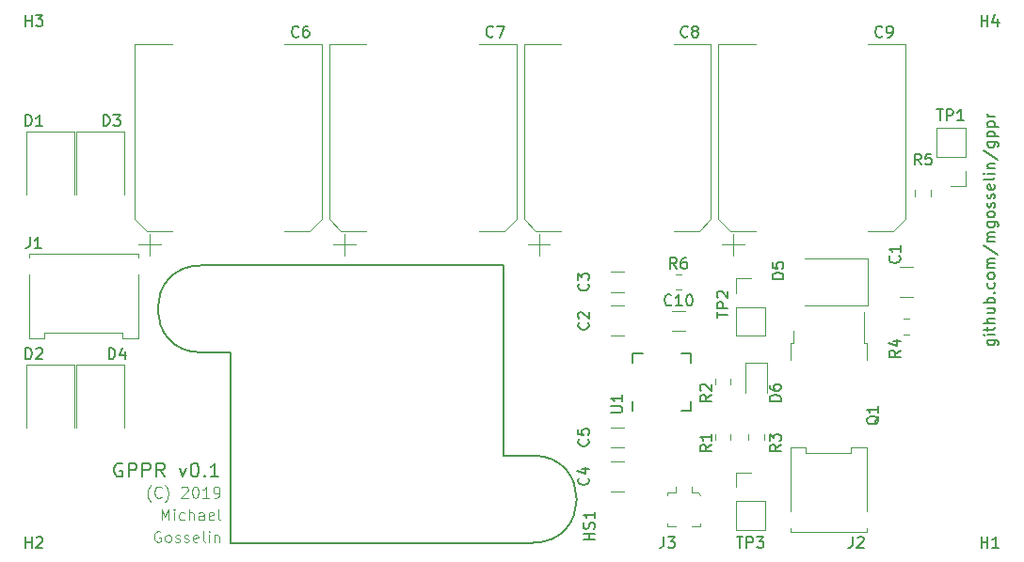
<source format=gbr>
G04 #@! TF.GenerationSoftware,KiCad,Pcbnew,(5.0.1-3-g963ef8bb5)*
G04 #@! TF.CreationDate,2019-08-31T01:17:06-07:00*
G04 #@! TF.ProjectId,gppr,677070722E6B696361645F7063620000,rev?*
G04 #@! TF.SameCoordinates,Original*
G04 #@! TF.FileFunction,Legend,Top*
G04 #@! TF.FilePolarity,Positive*
%FSLAX46Y46*%
G04 Gerber Fmt 4.6, Leading zero omitted, Abs format (unit mm)*
G04 Created by KiCad (PCBNEW (5.0.1-3-g963ef8bb5)) date Saturday, August 31, 2019 at 01:17:06 AM*
%MOMM*%
%LPD*%
G01*
G04 APERTURE LIST*
%ADD10C,0.150000*%
%ADD11C,0.125000*%
%ADD12C,0.200000*%
%ADD13C,0.120000*%
G04 APERTURE END LIST*
D10*
X187785714Y-130235833D02*
X188595238Y-130235833D01*
X188690476Y-130283452D01*
X188738095Y-130331071D01*
X188785714Y-130426309D01*
X188785714Y-130569166D01*
X188738095Y-130664404D01*
X188404761Y-130235833D02*
X188452380Y-130331071D01*
X188452380Y-130521547D01*
X188404761Y-130616785D01*
X188357142Y-130664404D01*
X188261904Y-130712023D01*
X187976190Y-130712023D01*
X187880952Y-130664404D01*
X187833333Y-130616785D01*
X187785714Y-130521547D01*
X187785714Y-130331071D01*
X187833333Y-130235833D01*
X188452380Y-129759642D02*
X187785714Y-129759642D01*
X187452380Y-129759642D02*
X187500000Y-129807261D01*
X187547619Y-129759642D01*
X187500000Y-129712023D01*
X187452380Y-129759642D01*
X187547619Y-129759642D01*
X187785714Y-129426309D02*
X187785714Y-129045357D01*
X187452380Y-129283452D02*
X188309523Y-129283452D01*
X188404761Y-129235833D01*
X188452380Y-129140595D01*
X188452380Y-129045357D01*
X188452380Y-128712023D02*
X187452380Y-128712023D01*
X188452380Y-128283452D02*
X187928571Y-128283452D01*
X187833333Y-128331071D01*
X187785714Y-128426309D01*
X187785714Y-128569166D01*
X187833333Y-128664404D01*
X187880952Y-128712023D01*
X187785714Y-127378690D02*
X188452380Y-127378690D01*
X187785714Y-127807261D02*
X188309523Y-127807261D01*
X188404761Y-127759642D01*
X188452380Y-127664404D01*
X188452380Y-127521547D01*
X188404761Y-127426309D01*
X188357142Y-127378690D01*
X188452380Y-126902500D02*
X187452380Y-126902500D01*
X187833333Y-126902500D02*
X187785714Y-126807261D01*
X187785714Y-126616785D01*
X187833333Y-126521547D01*
X187880952Y-126473928D01*
X187976190Y-126426309D01*
X188261904Y-126426309D01*
X188357142Y-126473928D01*
X188404761Y-126521547D01*
X188452380Y-126616785D01*
X188452380Y-126807261D01*
X188404761Y-126902500D01*
X188357142Y-125997738D02*
X188404761Y-125950119D01*
X188452380Y-125997738D01*
X188404761Y-126045357D01*
X188357142Y-125997738D01*
X188452380Y-125997738D01*
X188404761Y-125092976D02*
X188452380Y-125188214D01*
X188452380Y-125378690D01*
X188404761Y-125473928D01*
X188357142Y-125521547D01*
X188261904Y-125569166D01*
X187976190Y-125569166D01*
X187880952Y-125521547D01*
X187833333Y-125473928D01*
X187785714Y-125378690D01*
X187785714Y-125188214D01*
X187833333Y-125092976D01*
X188452380Y-124521547D02*
X188404761Y-124616785D01*
X188357142Y-124664404D01*
X188261904Y-124712023D01*
X187976190Y-124712023D01*
X187880952Y-124664404D01*
X187833333Y-124616785D01*
X187785714Y-124521547D01*
X187785714Y-124378690D01*
X187833333Y-124283452D01*
X187880952Y-124235833D01*
X187976190Y-124188214D01*
X188261904Y-124188214D01*
X188357142Y-124235833D01*
X188404761Y-124283452D01*
X188452380Y-124378690D01*
X188452380Y-124521547D01*
X188452380Y-123759642D02*
X187785714Y-123759642D01*
X187880952Y-123759642D02*
X187833333Y-123712023D01*
X187785714Y-123616785D01*
X187785714Y-123473928D01*
X187833333Y-123378690D01*
X187928571Y-123331071D01*
X188452380Y-123331071D01*
X187928571Y-123331071D02*
X187833333Y-123283452D01*
X187785714Y-123188214D01*
X187785714Y-123045357D01*
X187833333Y-122950119D01*
X187928571Y-122902500D01*
X188452380Y-122902500D01*
X187404761Y-121712023D02*
X188690476Y-122569166D01*
X188452380Y-121378690D02*
X187785714Y-121378690D01*
X187880952Y-121378690D02*
X187833333Y-121331071D01*
X187785714Y-121235833D01*
X187785714Y-121092976D01*
X187833333Y-120997738D01*
X187928571Y-120950119D01*
X188452380Y-120950119D01*
X187928571Y-120950119D02*
X187833333Y-120902500D01*
X187785714Y-120807261D01*
X187785714Y-120664404D01*
X187833333Y-120569166D01*
X187928571Y-120521547D01*
X188452380Y-120521547D01*
X187785714Y-119616785D02*
X188595238Y-119616785D01*
X188690476Y-119664404D01*
X188738095Y-119712023D01*
X188785714Y-119807261D01*
X188785714Y-119950119D01*
X188738095Y-120045357D01*
X188404761Y-119616785D02*
X188452380Y-119712023D01*
X188452380Y-119902500D01*
X188404761Y-119997738D01*
X188357142Y-120045357D01*
X188261904Y-120092976D01*
X187976190Y-120092976D01*
X187880952Y-120045357D01*
X187833333Y-119997738D01*
X187785714Y-119902500D01*
X187785714Y-119712023D01*
X187833333Y-119616785D01*
X188452380Y-118997738D02*
X188404761Y-119092976D01*
X188357142Y-119140595D01*
X188261904Y-119188214D01*
X187976190Y-119188214D01*
X187880952Y-119140595D01*
X187833333Y-119092976D01*
X187785714Y-118997738D01*
X187785714Y-118854880D01*
X187833333Y-118759642D01*
X187880952Y-118712023D01*
X187976190Y-118664404D01*
X188261904Y-118664404D01*
X188357142Y-118712023D01*
X188404761Y-118759642D01*
X188452380Y-118854880D01*
X188452380Y-118997738D01*
X188404761Y-118283452D02*
X188452380Y-118188214D01*
X188452380Y-117997738D01*
X188404761Y-117902500D01*
X188309523Y-117854880D01*
X188261904Y-117854880D01*
X188166666Y-117902500D01*
X188119047Y-117997738D01*
X188119047Y-118140595D01*
X188071428Y-118235833D01*
X187976190Y-118283452D01*
X187928571Y-118283452D01*
X187833333Y-118235833D01*
X187785714Y-118140595D01*
X187785714Y-117997738D01*
X187833333Y-117902500D01*
X188404761Y-117473928D02*
X188452380Y-117378690D01*
X188452380Y-117188214D01*
X188404761Y-117092976D01*
X188309523Y-117045357D01*
X188261904Y-117045357D01*
X188166666Y-117092976D01*
X188119047Y-117188214D01*
X188119047Y-117331071D01*
X188071428Y-117426309D01*
X187976190Y-117473928D01*
X187928571Y-117473928D01*
X187833333Y-117426309D01*
X187785714Y-117331071D01*
X187785714Y-117188214D01*
X187833333Y-117092976D01*
X188404761Y-116235833D02*
X188452380Y-116331071D01*
X188452380Y-116521547D01*
X188404761Y-116616785D01*
X188309523Y-116664404D01*
X187928571Y-116664404D01*
X187833333Y-116616785D01*
X187785714Y-116521547D01*
X187785714Y-116331071D01*
X187833333Y-116235833D01*
X187928571Y-116188214D01*
X188023809Y-116188214D01*
X188119047Y-116664404D01*
X188452380Y-115616785D02*
X188404761Y-115712023D01*
X188309523Y-115759642D01*
X187452380Y-115759642D01*
X188452380Y-115235833D02*
X187785714Y-115235833D01*
X187452380Y-115235833D02*
X187500000Y-115283452D01*
X187547619Y-115235833D01*
X187500000Y-115188214D01*
X187452380Y-115235833D01*
X187547619Y-115235833D01*
X187785714Y-114759642D02*
X188452380Y-114759642D01*
X187880952Y-114759642D02*
X187833333Y-114712023D01*
X187785714Y-114616785D01*
X187785714Y-114473928D01*
X187833333Y-114378690D01*
X187928571Y-114331071D01*
X188452380Y-114331071D01*
X187404761Y-113140595D02*
X188690476Y-113997738D01*
X187785714Y-112378690D02*
X188595238Y-112378690D01*
X188690476Y-112426309D01*
X188738095Y-112473928D01*
X188785714Y-112569166D01*
X188785714Y-112712023D01*
X188738095Y-112807261D01*
X188404761Y-112378690D02*
X188452380Y-112473928D01*
X188452380Y-112664404D01*
X188404761Y-112759642D01*
X188357142Y-112807261D01*
X188261904Y-112854880D01*
X187976190Y-112854880D01*
X187880952Y-112807261D01*
X187833333Y-112759642D01*
X187785714Y-112664404D01*
X187785714Y-112473928D01*
X187833333Y-112378690D01*
X187785714Y-111902500D02*
X188785714Y-111902500D01*
X187833333Y-111902500D02*
X187785714Y-111807261D01*
X187785714Y-111616785D01*
X187833333Y-111521547D01*
X187880952Y-111473928D01*
X187976190Y-111426309D01*
X188261904Y-111426309D01*
X188357142Y-111473928D01*
X188404761Y-111521547D01*
X188452380Y-111616785D01*
X188452380Y-111807261D01*
X188404761Y-111902500D01*
X187785714Y-110997738D02*
X188785714Y-110997738D01*
X187833333Y-110997738D02*
X187785714Y-110902500D01*
X187785714Y-110712023D01*
X187833333Y-110616785D01*
X187880952Y-110569166D01*
X187976190Y-110521547D01*
X188261904Y-110521547D01*
X188357142Y-110569166D01*
X188404761Y-110616785D01*
X188452380Y-110712023D01*
X188452380Y-110902500D01*
X188404761Y-110997738D01*
X188452380Y-110092976D02*
X187785714Y-110092976D01*
X187976190Y-110092976D02*
X187880952Y-110045357D01*
X187833333Y-109997738D01*
X187785714Y-109902500D01*
X187785714Y-109807261D01*
D11*
X113394940Y-147500000D02*
X113299702Y-147452380D01*
X113156845Y-147452380D01*
X113013988Y-147500000D01*
X112918750Y-147595238D01*
X112871130Y-147690476D01*
X112823511Y-147880952D01*
X112823511Y-148023809D01*
X112871130Y-148214285D01*
X112918750Y-148309523D01*
X113013988Y-148404761D01*
X113156845Y-148452380D01*
X113252083Y-148452380D01*
X113394940Y-148404761D01*
X113442559Y-148357142D01*
X113442559Y-148023809D01*
X113252083Y-148023809D01*
X114013988Y-148452380D02*
X113918750Y-148404761D01*
X113871130Y-148357142D01*
X113823511Y-148261904D01*
X113823511Y-147976190D01*
X113871130Y-147880952D01*
X113918750Y-147833333D01*
X114013988Y-147785714D01*
X114156845Y-147785714D01*
X114252083Y-147833333D01*
X114299702Y-147880952D01*
X114347321Y-147976190D01*
X114347321Y-148261904D01*
X114299702Y-148357142D01*
X114252083Y-148404761D01*
X114156845Y-148452380D01*
X114013988Y-148452380D01*
X114728273Y-148404761D02*
X114823511Y-148452380D01*
X115013988Y-148452380D01*
X115109226Y-148404761D01*
X115156845Y-148309523D01*
X115156845Y-148261904D01*
X115109226Y-148166666D01*
X115013988Y-148119047D01*
X114871130Y-148119047D01*
X114775892Y-148071428D01*
X114728273Y-147976190D01*
X114728273Y-147928571D01*
X114775892Y-147833333D01*
X114871130Y-147785714D01*
X115013988Y-147785714D01*
X115109226Y-147833333D01*
X115537797Y-148404761D02*
X115633035Y-148452380D01*
X115823511Y-148452380D01*
X115918750Y-148404761D01*
X115966369Y-148309523D01*
X115966369Y-148261904D01*
X115918750Y-148166666D01*
X115823511Y-148119047D01*
X115680654Y-148119047D01*
X115585416Y-148071428D01*
X115537797Y-147976190D01*
X115537797Y-147928571D01*
X115585416Y-147833333D01*
X115680654Y-147785714D01*
X115823511Y-147785714D01*
X115918750Y-147833333D01*
X116775892Y-148404761D02*
X116680654Y-148452380D01*
X116490178Y-148452380D01*
X116394940Y-148404761D01*
X116347321Y-148309523D01*
X116347321Y-147928571D01*
X116394940Y-147833333D01*
X116490178Y-147785714D01*
X116680654Y-147785714D01*
X116775892Y-147833333D01*
X116823511Y-147928571D01*
X116823511Y-148023809D01*
X116347321Y-148119047D01*
X117394940Y-148452380D02*
X117299702Y-148404761D01*
X117252083Y-148309523D01*
X117252083Y-147452380D01*
X117775892Y-148452380D02*
X117775892Y-147785714D01*
X117775892Y-147452380D02*
X117728273Y-147500000D01*
X117775892Y-147547619D01*
X117823511Y-147500000D01*
X117775892Y-147452380D01*
X117775892Y-147547619D01*
X118252083Y-147785714D02*
X118252083Y-148452380D01*
X118252083Y-147880952D02*
X118299702Y-147833333D01*
X118394940Y-147785714D01*
X118537797Y-147785714D01*
X118633035Y-147833333D01*
X118680654Y-147928571D01*
X118680654Y-148452380D01*
X113490178Y-146452380D02*
X113490178Y-145452380D01*
X113823511Y-146166666D01*
X114156845Y-145452380D01*
X114156845Y-146452380D01*
X114633035Y-146452380D02*
X114633035Y-145785714D01*
X114633035Y-145452380D02*
X114585416Y-145500000D01*
X114633035Y-145547619D01*
X114680654Y-145500000D01*
X114633035Y-145452380D01*
X114633035Y-145547619D01*
X115537797Y-146404761D02*
X115442559Y-146452380D01*
X115252083Y-146452380D01*
X115156845Y-146404761D01*
X115109226Y-146357142D01*
X115061607Y-146261904D01*
X115061607Y-145976190D01*
X115109226Y-145880952D01*
X115156845Y-145833333D01*
X115252083Y-145785714D01*
X115442559Y-145785714D01*
X115537797Y-145833333D01*
X115966369Y-146452380D02*
X115966369Y-145452380D01*
X116394940Y-146452380D02*
X116394940Y-145928571D01*
X116347321Y-145833333D01*
X116252083Y-145785714D01*
X116109226Y-145785714D01*
X116013988Y-145833333D01*
X115966369Y-145880952D01*
X117299702Y-146452380D02*
X117299702Y-145928571D01*
X117252083Y-145833333D01*
X117156845Y-145785714D01*
X116966369Y-145785714D01*
X116871130Y-145833333D01*
X117299702Y-146404761D02*
X117204464Y-146452380D01*
X116966369Y-146452380D01*
X116871130Y-146404761D01*
X116823511Y-146309523D01*
X116823511Y-146214285D01*
X116871130Y-146119047D01*
X116966369Y-146071428D01*
X117204464Y-146071428D01*
X117299702Y-146023809D01*
X118156845Y-146404761D02*
X118061607Y-146452380D01*
X117871130Y-146452380D01*
X117775892Y-146404761D01*
X117728273Y-146309523D01*
X117728273Y-145928571D01*
X117775892Y-145833333D01*
X117871130Y-145785714D01*
X118061607Y-145785714D01*
X118156845Y-145833333D01*
X118204464Y-145928571D01*
X118204464Y-146023809D01*
X117728273Y-146119047D01*
X118775892Y-146452380D02*
X118680654Y-146404761D01*
X118633035Y-146309523D01*
X118633035Y-145452380D01*
X112537797Y-144833333D02*
X112490178Y-144785714D01*
X112394940Y-144642857D01*
X112347321Y-144547619D01*
X112299702Y-144404761D01*
X112252083Y-144166666D01*
X112252083Y-143976190D01*
X112299702Y-143738095D01*
X112347321Y-143595238D01*
X112394940Y-143500000D01*
X112490178Y-143357142D01*
X112537797Y-143309523D01*
X113490178Y-144357142D02*
X113442559Y-144404761D01*
X113299702Y-144452380D01*
X113204464Y-144452380D01*
X113061607Y-144404761D01*
X112966369Y-144309523D01*
X112918750Y-144214285D01*
X112871130Y-144023809D01*
X112871130Y-143880952D01*
X112918750Y-143690476D01*
X112966369Y-143595238D01*
X113061607Y-143500000D01*
X113204464Y-143452380D01*
X113299702Y-143452380D01*
X113442559Y-143500000D01*
X113490178Y-143547619D01*
X113823511Y-144833333D02*
X113871130Y-144785714D01*
X113966369Y-144642857D01*
X114013988Y-144547619D01*
X114061607Y-144404761D01*
X114109226Y-144166666D01*
X114109226Y-143976190D01*
X114061607Y-143738095D01*
X114013988Y-143595238D01*
X113966369Y-143500000D01*
X113871130Y-143357142D01*
X113823511Y-143309523D01*
X115299702Y-143547619D02*
X115347321Y-143500000D01*
X115442559Y-143452380D01*
X115680654Y-143452380D01*
X115775892Y-143500000D01*
X115823511Y-143547619D01*
X115871130Y-143642857D01*
X115871130Y-143738095D01*
X115823511Y-143880952D01*
X115252083Y-144452380D01*
X115871130Y-144452380D01*
X116490178Y-143452380D02*
X116585416Y-143452380D01*
X116680654Y-143500000D01*
X116728273Y-143547619D01*
X116775892Y-143642857D01*
X116823511Y-143833333D01*
X116823511Y-144071428D01*
X116775892Y-144261904D01*
X116728273Y-144357142D01*
X116680654Y-144404761D01*
X116585416Y-144452380D01*
X116490178Y-144452380D01*
X116394940Y-144404761D01*
X116347321Y-144357142D01*
X116299702Y-144261904D01*
X116252083Y-144071428D01*
X116252083Y-143833333D01*
X116299702Y-143642857D01*
X116347321Y-143547619D01*
X116394940Y-143500000D01*
X116490178Y-143452380D01*
X117775892Y-144452380D02*
X117204464Y-144452380D01*
X117490178Y-144452380D02*
X117490178Y-143452380D01*
X117394940Y-143595238D01*
X117299702Y-143690476D01*
X117204464Y-143738095D01*
X118252083Y-144452380D02*
X118442559Y-144452380D01*
X118537797Y-144404761D01*
X118585416Y-144357142D01*
X118680654Y-144214285D01*
X118728273Y-144023809D01*
X118728273Y-143642857D01*
X118680654Y-143547619D01*
X118633035Y-143500000D01*
X118537797Y-143452380D01*
X118347321Y-143452380D01*
X118252083Y-143500000D01*
X118204464Y-143547619D01*
X118156845Y-143642857D01*
X118156845Y-143880952D01*
X118204464Y-143976190D01*
X118252083Y-144023809D01*
X118347321Y-144071428D01*
X118537797Y-144071428D01*
X118633035Y-144023809D01*
X118680654Y-143976190D01*
X118728273Y-143880952D01*
D12*
X109941428Y-141375000D02*
X109822380Y-141315476D01*
X109643809Y-141315476D01*
X109465238Y-141375000D01*
X109346190Y-141494047D01*
X109286666Y-141613095D01*
X109227142Y-141851190D01*
X109227142Y-142029761D01*
X109286666Y-142267857D01*
X109346190Y-142386904D01*
X109465238Y-142505952D01*
X109643809Y-142565476D01*
X109762857Y-142565476D01*
X109941428Y-142505952D01*
X110000952Y-142446428D01*
X110000952Y-142029761D01*
X109762857Y-142029761D01*
X110536666Y-142565476D02*
X110536666Y-141315476D01*
X111012857Y-141315476D01*
X111131904Y-141375000D01*
X111191428Y-141434523D01*
X111250952Y-141553571D01*
X111250952Y-141732142D01*
X111191428Y-141851190D01*
X111131904Y-141910714D01*
X111012857Y-141970238D01*
X110536666Y-141970238D01*
X111786666Y-142565476D02*
X111786666Y-141315476D01*
X112262857Y-141315476D01*
X112381904Y-141375000D01*
X112441428Y-141434523D01*
X112500952Y-141553571D01*
X112500952Y-141732142D01*
X112441428Y-141851190D01*
X112381904Y-141910714D01*
X112262857Y-141970238D01*
X111786666Y-141970238D01*
X113750952Y-142565476D02*
X113334285Y-141970238D01*
X113036666Y-142565476D02*
X113036666Y-141315476D01*
X113512857Y-141315476D01*
X113631904Y-141375000D01*
X113691428Y-141434523D01*
X113750952Y-141553571D01*
X113750952Y-141732142D01*
X113691428Y-141851190D01*
X113631904Y-141910714D01*
X113512857Y-141970238D01*
X113036666Y-141970238D01*
X115120000Y-141732142D02*
X115417619Y-142565476D01*
X115715238Y-141732142D01*
X116429523Y-141315476D02*
X116548571Y-141315476D01*
X116667619Y-141375000D01*
X116727142Y-141434523D01*
X116786666Y-141553571D01*
X116846190Y-141791666D01*
X116846190Y-142089285D01*
X116786666Y-142327380D01*
X116727142Y-142446428D01*
X116667619Y-142505952D01*
X116548571Y-142565476D01*
X116429523Y-142565476D01*
X116310476Y-142505952D01*
X116250952Y-142446428D01*
X116191428Y-142327380D01*
X116131904Y-142089285D01*
X116131904Y-141791666D01*
X116191428Y-141553571D01*
X116250952Y-141434523D01*
X116310476Y-141375000D01*
X116429523Y-141315476D01*
X117381904Y-142446428D02*
X117441428Y-142505952D01*
X117381904Y-142565476D01*
X117322380Y-142505952D01*
X117381904Y-142446428D01*
X117381904Y-142565476D01*
X118631904Y-142565476D02*
X117917619Y-142565476D01*
X118274761Y-142565476D02*
X118274761Y-141315476D01*
X118155714Y-141494047D01*
X118036666Y-141613095D01*
X117917619Y-141672619D01*
G04 #@! TO.C,HS1*
X117070000Y-123500000D02*
X144250000Y-123500000D01*
X117070000Y-123510000D02*
G75*
G03X117070000Y-131350000I0J-3920000D01*
G01*
X117070000Y-131350000D02*
X119750000Y-131350000D01*
X119750000Y-148500000D02*
X146930000Y-148500000D01*
X144250000Y-140650000D02*
X146930000Y-140650000D01*
X146930000Y-148490000D02*
G75*
G03X146930000Y-140650000I0J3920000D01*
G01*
X144250000Y-140650000D02*
X144250000Y-123500000D01*
X119750000Y-131350000D02*
X119750000Y-148500000D01*
D13*
G04 #@! TO.C,C9*
X163940000Y-121650000D02*
X165940000Y-121650000D01*
X164940000Y-122650000D02*
X164940000Y-120650000D01*
X179345563Y-120410000D02*
X180410000Y-119345563D01*
X164654437Y-120410000D02*
X163590000Y-119345563D01*
X164654437Y-120410000D02*
X166940000Y-120410000D01*
X179345563Y-120410000D02*
X177060000Y-120410000D01*
X180410000Y-119345563D02*
X180410000Y-103590000D01*
X163590000Y-119345563D02*
X163590000Y-103590000D01*
X163590000Y-103590000D02*
X166940000Y-103590000D01*
X180410000Y-103590000D02*
X177060000Y-103590000D01*
G04 #@! TO.C,C1*
X179897936Y-123640000D02*
X181102064Y-123640000D01*
X179897936Y-126360000D02*
X181102064Y-126360000D01*
G04 #@! TO.C,C2*
X155102064Y-129860000D02*
X153897936Y-129860000D01*
X155102064Y-127140000D02*
X153897936Y-127140000D01*
G04 #@! TO.C,C3*
X155102064Y-125910000D02*
X153897936Y-125910000D01*
X155102064Y-124090000D02*
X153897936Y-124090000D01*
G04 #@! TO.C,C4*
X155102064Y-143860000D02*
X153897936Y-143860000D01*
X155102064Y-141140000D02*
X153897936Y-141140000D01*
G04 #@! TO.C,C5*
X155102064Y-138090000D02*
X153897936Y-138090000D01*
X155102064Y-139910000D02*
X153897936Y-139910000D01*
G04 #@! TO.C,C6*
X127910000Y-103590000D02*
X124560000Y-103590000D01*
X111090000Y-103590000D02*
X114440000Y-103590000D01*
X111090000Y-119345563D02*
X111090000Y-103590000D01*
X127910000Y-119345563D02*
X127910000Y-103590000D01*
X126845563Y-120410000D02*
X124560000Y-120410000D01*
X112154437Y-120410000D02*
X114440000Y-120410000D01*
X112154437Y-120410000D02*
X111090000Y-119345563D01*
X126845563Y-120410000D02*
X127910000Y-119345563D01*
X112440000Y-122650000D02*
X112440000Y-120650000D01*
X111440000Y-121650000D02*
X113440000Y-121650000D01*
G04 #@! TO.C,C7*
X128940000Y-121650000D02*
X130940000Y-121650000D01*
X129940000Y-122650000D02*
X129940000Y-120650000D01*
X144345563Y-120410000D02*
X145410000Y-119345563D01*
X129654437Y-120410000D02*
X128590000Y-119345563D01*
X129654437Y-120410000D02*
X131940000Y-120410000D01*
X144345563Y-120410000D02*
X142060000Y-120410000D01*
X145410000Y-119345563D02*
X145410000Y-103590000D01*
X128590000Y-119345563D02*
X128590000Y-103590000D01*
X128590000Y-103590000D02*
X131940000Y-103590000D01*
X145410000Y-103590000D02*
X142060000Y-103590000D01*
G04 #@! TO.C,C8*
X162910000Y-103590000D02*
X159560000Y-103590000D01*
X146090000Y-103590000D02*
X149440000Y-103590000D01*
X146090000Y-119345563D02*
X146090000Y-103590000D01*
X162910000Y-119345563D02*
X162910000Y-103590000D01*
X161845563Y-120410000D02*
X159560000Y-120410000D01*
X147154437Y-120410000D02*
X149440000Y-120410000D01*
X147154437Y-120410000D02*
X146090000Y-119345563D01*
X161845563Y-120410000D02*
X162910000Y-119345563D01*
X147440000Y-122650000D02*
X147440000Y-120650000D01*
X146440000Y-121650000D02*
X148440000Y-121650000D01*
G04 #@! TO.C,C10*
X159397936Y-127590000D02*
X160602064Y-127590000D01*
X159397936Y-129410000D02*
X160602064Y-129410000D01*
G04 #@! TO.C,D1*
X105650000Y-111450000D02*
X105650000Y-117150000D01*
X101350000Y-111450000D02*
X101350000Y-117150000D01*
X105650000Y-111450000D02*
X101350000Y-111450000D01*
G04 #@! TO.C,D2*
X105650000Y-132450000D02*
X101350000Y-132450000D01*
X101350000Y-132450000D02*
X101350000Y-138150000D01*
X105650000Y-132450000D02*
X105650000Y-138150000D01*
G04 #@! TO.C,D3*
X110150000Y-111450000D02*
X110150000Y-117150000D01*
X105850000Y-111450000D02*
X105850000Y-117150000D01*
X110150000Y-111450000D02*
X105850000Y-111450000D01*
G04 #@! TO.C,D4*
X110150000Y-132450000D02*
X110150000Y-138150000D01*
X105850000Y-132450000D02*
X105850000Y-138150000D01*
X110150000Y-132450000D02*
X105850000Y-132450000D01*
G04 #@! TO.C,D5*
X177050000Y-127150000D02*
X177050000Y-122850000D01*
X177050000Y-122850000D02*
X171350000Y-122850000D01*
X177050000Y-127150000D02*
X171350000Y-127150000D01*
G04 #@! TO.C,D6*
X167960000Y-135000000D02*
X167960000Y-132315000D01*
X167960000Y-132315000D02*
X166040000Y-132315000D01*
X166040000Y-132315000D02*
X166040000Y-135000000D01*
G04 #@! TO.C,J1*
X111435000Y-122800000D02*
X111435000Y-122490000D01*
X111435000Y-122490000D02*
X101565000Y-122490000D01*
X101565000Y-122490000D02*
X101565000Y-122800000D01*
X111435000Y-124320000D02*
X111435000Y-130080000D01*
X111435000Y-130080000D02*
X110015000Y-130080000D01*
X110015000Y-130080000D02*
X110015000Y-129580000D01*
X110015000Y-129580000D02*
X102985000Y-129580000D01*
X102985000Y-129580000D02*
X102985000Y-130080000D01*
X102985000Y-130080000D02*
X101565000Y-130080000D01*
X101565000Y-130080000D02*
X101565000Y-124320000D01*
G04 #@! TO.C,J2*
X170065000Y-147200000D02*
X170065000Y-147510000D01*
X170065000Y-147510000D02*
X176935000Y-147510000D01*
X176935000Y-147510000D02*
X176935000Y-147200000D01*
X170065000Y-145680000D02*
X170065000Y-139920000D01*
X170065000Y-139920000D02*
X171485000Y-139920000D01*
X171485000Y-139920000D02*
X171485000Y-140420000D01*
X171485000Y-140420000D02*
X175515000Y-140420000D01*
X175515000Y-140420000D02*
X175515000Y-139920000D01*
X175515000Y-139920000D02*
X176935000Y-139920000D01*
X176935000Y-139920000D02*
X176935000Y-145680000D01*
G04 #@! TO.C,J3*
X159800000Y-144000000D02*
X159800000Y-143500000D01*
X161200000Y-144000000D02*
X161200000Y-143500000D01*
X161200000Y-144000000D02*
X161800000Y-144000000D01*
X161800000Y-144000000D02*
X162000000Y-144200000D01*
X159000000Y-144200000D02*
X159000000Y-144000000D01*
X159000000Y-144000000D02*
X159800000Y-144000000D01*
X159800000Y-147000000D02*
X159000000Y-147000000D01*
X159000000Y-147000000D02*
X159000000Y-146800000D01*
X162000000Y-146800000D02*
X162000000Y-147000000D01*
X162000000Y-147000000D02*
X161200000Y-147000000D01*
G04 #@! TO.C,Q1*
X176950000Y-132030000D02*
X176950000Y-130530000D01*
X176950000Y-130530000D02*
X176680000Y-130530000D01*
X176680000Y-130530000D02*
X176680000Y-127700000D01*
X170050000Y-132030000D02*
X170050000Y-130530000D01*
X170050000Y-130530000D02*
X170320000Y-130530000D01*
X170320000Y-130530000D02*
X170320000Y-129430000D01*
G04 #@! TO.C,R1*
X163290000Y-138738748D02*
X163290000Y-139261252D01*
X164710000Y-138738748D02*
X164710000Y-139261252D01*
G04 #@! TO.C,R2*
X164710000Y-133738748D02*
X164710000Y-134261252D01*
X163290000Y-133738748D02*
X163290000Y-134261252D01*
G04 #@! TO.C,R3*
X167710000Y-138741422D02*
X167710000Y-139258578D01*
X166290000Y-138741422D02*
X166290000Y-139258578D01*
G04 #@! TO.C,R4*
X180241422Y-129710000D02*
X180758578Y-129710000D01*
X180241422Y-128290000D02*
X180758578Y-128290000D01*
G04 #@! TO.C,R5*
X182710000Y-117258578D02*
X182710000Y-116741422D01*
X181290000Y-117258578D02*
X181290000Y-116741422D01*
G04 #@! TO.C,R6*
X159741422Y-124290000D02*
X160258578Y-124290000D01*
X159741422Y-125710000D02*
X160258578Y-125710000D01*
G04 #@! TO.C,TP1*
X185830000Y-111130000D02*
X183170000Y-111130000D01*
X185830000Y-113730000D02*
X185830000Y-111130000D01*
X183170000Y-113730000D02*
X183170000Y-111130000D01*
X185830000Y-113730000D02*
X183170000Y-113730000D01*
X185830000Y-115000000D02*
X185830000Y-116330000D01*
X185830000Y-116330000D02*
X184500000Y-116330000D01*
G04 #@! TO.C,TP2*
X165170000Y-124670000D02*
X166500000Y-124670000D01*
X165170000Y-126000000D02*
X165170000Y-124670000D01*
X165170000Y-127270000D02*
X167830000Y-127270000D01*
X167830000Y-127270000D02*
X167830000Y-129870000D01*
X165170000Y-127270000D02*
X165170000Y-129870000D01*
X165170000Y-129870000D02*
X167830000Y-129870000D01*
G04 #@! TO.C,TP3*
X165170000Y-147370000D02*
X167830000Y-147370000D01*
X165170000Y-144770000D02*
X165170000Y-147370000D01*
X167830000Y-144770000D02*
X167830000Y-147370000D01*
X165170000Y-144770000D02*
X167830000Y-144770000D01*
X165170000Y-143500000D02*
X165170000Y-142170000D01*
X165170000Y-142170000D02*
X166500000Y-142170000D01*
D10*
G04 #@! TO.C,U1*
X155900000Y-131400000D02*
X156775000Y-131400000D01*
X161100000Y-136600000D02*
X160225000Y-136600000D01*
X161100000Y-131400000D02*
X160225000Y-131400000D01*
X155900000Y-136600000D02*
X155900000Y-135725000D01*
X161100000Y-136600000D02*
X161100000Y-135725000D01*
X161100000Y-131400000D02*
X161100000Y-132275000D01*
X155900000Y-131400000D02*
X155900000Y-132275000D01*
G04 #@! TO.C,HS1*
X152452380Y-148238095D02*
X151452380Y-148238095D01*
X151928571Y-148238095D02*
X151928571Y-147666666D01*
X152452380Y-147666666D02*
X151452380Y-147666666D01*
X152404761Y-147238095D02*
X152452380Y-147095238D01*
X152452380Y-146857142D01*
X152404761Y-146761904D01*
X152357142Y-146714285D01*
X152261904Y-146666666D01*
X152166666Y-146666666D01*
X152071428Y-146714285D01*
X152023809Y-146761904D01*
X151976190Y-146857142D01*
X151928571Y-147047619D01*
X151880952Y-147142857D01*
X151833333Y-147190476D01*
X151738095Y-147238095D01*
X151642857Y-147238095D01*
X151547619Y-147190476D01*
X151500000Y-147142857D01*
X151452380Y-147047619D01*
X151452380Y-146809523D01*
X151500000Y-146666666D01*
X152452380Y-145714285D02*
X152452380Y-146285714D01*
X152452380Y-146000000D02*
X151452380Y-146000000D01*
X151595238Y-146095238D01*
X151690476Y-146190476D01*
X151738095Y-146285714D01*
G04 #@! TO.C,C9*
X178333333Y-102857142D02*
X178285714Y-102904761D01*
X178142857Y-102952380D01*
X178047619Y-102952380D01*
X177904761Y-102904761D01*
X177809523Y-102809523D01*
X177761904Y-102714285D01*
X177714285Y-102523809D01*
X177714285Y-102380952D01*
X177761904Y-102190476D01*
X177809523Y-102095238D01*
X177904761Y-102000000D01*
X178047619Y-101952380D01*
X178142857Y-101952380D01*
X178285714Y-102000000D01*
X178333333Y-102047619D01*
X178809523Y-102952380D02*
X179000000Y-102952380D01*
X179095238Y-102904761D01*
X179142857Y-102857142D01*
X179238095Y-102714285D01*
X179285714Y-102523809D01*
X179285714Y-102142857D01*
X179238095Y-102047619D01*
X179190476Y-102000000D01*
X179095238Y-101952380D01*
X178904761Y-101952380D01*
X178809523Y-102000000D01*
X178761904Y-102047619D01*
X178714285Y-102142857D01*
X178714285Y-102380952D01*
X178761904Y-102476190D01*
X178809523Y-102523809D01*
X178904761Y-102571428D01*
X179095238Y-102571428D01*
X179190476Y-102523809D01*
X179238095Y-102476190D01*
X179285714Y-102380952D01*
G04 #@! TO.C,C1*
X179857142Y-122666666D02*
X179904761Y-122714285D01*
X179952380Y-122857142D01*
X179952380Y-122952380D01*
X179904761Y-123095238D01*
X179809523Y-123190476D01*
X179714285Y-123238095D01*
X179523809Y-123285714D01*
X179380952Y-123285714D01*
X179190476Y-123238095D01*
X179095238Y-123190476D01*
X179000000Y-123095238D01*
X178952380Y-122952380D01*
X178952380Y-122857142D01*
X179000000Y-122714285D01*
X179047619Y-122666666D01*
X179952380Y-121714285D02*
X179952380Y-122285714D01*
X179952380Y-122000000D02*
X178952380Y-122000000D01*
X179095238Y-122095238D01*
X179190476Y-122190476D01*
X179238095Y-122285714D01*
G04 #@! TO.C,C2*
X151857142Y-128666666D02*
X151904761Y-128714285D01*
X151952380Y-128857142D01*
X151952380Y-128952380D01*
X151904761Y-129095238D01*
X151809523Y-129190476D01*
X151714285Y-129238095D01*
X151523809Y-129285714D01*
X151380952Y-129285714D01*
X151190476Y-129238095D01*
X151095238Y-129190476D01*
X151000000Y-129095238D01*
X150952380Y-128952380D01*
X150952380Y-128857142D01*
X151000000Y-128714285D01*
X151047619Y-128666666D01*
X151047619Y-128285714D02*
X151000000Y-128238095D01*
X150952380Y-128142857D01*
X150952380Y-127904761D01*
X151000000Y-127809523D01*
X151047619Y-127761904D01*
X151142857Y-127714285D01*
X151238095Y-127714285D01*
X151380952Y-127761904D01*
X151952380Y-128333333D01*
X151952380Y-127714285D01*
G04 #@! TO.C,C3*
X151857142Y-125166666D02*
X151904761Y-125214285D01*
X151952380Y-125357142D01*
X151952380Y-125452380D01*
X151904761Y-125595238D01*
X151809523Y-125690476D01*
X151714285Y-125738095D01*
X151523809Y-125785714D01*
X151380952Y-125785714D01*
X151190476Y-125738095D01*
X151095238Y-125690476D01*
X151000000Y-125595238D01*
X150952380Y-125452380D01*
X150952380Y-125357142D01*
X151000000Y-125214285D01*
X151047619Y-125166666D01*
X150952380Y-124833333D02*
X150952380Y-124214285D01*
X151333333Y-124547619D01*
X151333333Y-124404761D01*
X151380952Y-124309523D01*
X151428571Y-124261904D01*
X151523809Y-124214285D01*
X151761904Y-124214285D01*
X151857142Y-124261904D01*
X151904761Y-124309523D01*
X151952380Y-124404761D01*
X151952380Y-124690476D01*
X151904761Y-124785714D01*
X151857142Y-124833333D01*
G04 #@! TO.C,C4*
X151857142Y-142666666D02*
X151904761Y-142714285D01*
X151952380Y-142857142D01*
X151952380Y-142952380D01*
X151904761Y-143095238D01*
X151809523Y-143190476D01*
X151714285Y-143238095D01*
X151523809Y-143285714D01*
X151380952Y-143285714D01*
X151190476Y-143238095D01*
X151095238Y-143190476D01*
X151000000Y-143095238D01*
X150952380Y-142952380D01*
X150952380Y-142857142D01*
X151000000Y-142714285D01*
X151047619Y-142666666D01*
X151285714Y-141809523D02*
X151952380Y-141809523D01*
X150904761Y-142047619D02*
X151619047Y-142285714D01*
X151619047Y-141666666D01*
G04 #@! TO.C,C5*
X151857142Y-139166666D02*
X151904761Y-139214285D01*
X151952380Y-139357142D01*
X151952380Y-139452380D01*
X151904761Y-139595238D01*
X151809523Y-139690476D01*
X151714285Y-139738095D01*
X151523809Y-139785714D01*
X151380952Y-139785714D01*
X151190476Y-139738095D01*
X151095238Y-139690476D01*
X151000000Y-139595238D01*
X150952380Y-139452380D01*
X150952380Y-139357142D01*
X151000000Y-139214285D01*
X151047619Y-139166666D01*
X150952380Y-138261904D02*
X150952380Y-138738095D01*
X151428571Y-138785714D01*
X151380952Y-138738095D01*
X151333333Y-138642857D01*
X151333333Y-138404761D01*
X151380952Y-138309523D01*
X151428571Y-138261904D01*
X151523809Y-138214285D01*
X151761904Y-138214285D01*
X151857142Y-138261904D01*
X151904761Y-138309523D01*
X151952380Y-138404761D01*
X151952380Y-138642857D01*
X151904761Y-138738095D01*
X151857142Y-138785714D01*
G04 #@! TO.C,C6*
X125833333Y-102857142D02*
X125785714Y-102904761D01*
X125642857Y-102952380D01*
X125547619Y-102952380D01*
X125404761Y-102904761D01*
X125309523Y-102809523D01*
X125261904Y-102714285D01*
X125214285Y-102523809D01*
X125214285Y-102380952D01*
X125261904Y-102190476D01*
X125309523Y-102095238D01*
X125404761Y-102000000D01*
X125547619Y-101952380D01*
X125642857Y-101952380D01*
X125785714Y-102000000D01*
X125833333Y-102047619D01*
X126690476Y-101952380D02*
X126500000Y-101952380D01*
X126404761Y-102000000D01*
X126357142Y-102047619D01*
X126261904Y-102190476D01*
X126214285Y-102380952D01*
X126214285Y-102761904D01*
X126261904Y-102857142D01*
X126309523Y-102904761D01*
X126404761Y-102952380D01*
X126595238Y-102952380D01*
X126690476Y-102904761D01*
X126738095Y-102857142D01*
X126785714Y-102761904D01*
X126785714Y-102523809D01*
X126738095Y-102428571D01*
X126690476Y-102380952D01*
X126595238Y-102333333D01*
X126404761Y-102333333D01*
X126309523Y-102380952D01*
X126261904Y-102428571D01*
X126214285Y-102523809D01*
G04 #@! TO.C,C7*
X143333333Y-102857142D02*
X143285714Y-102904761D01*
X143142857Y-102952380D01*
X143047619Y-102952380D01*
X142904761Y-102904761D01*
X142809523Y-102809523D01*
X142761904Y-102714285D01*
X142714285Y-102523809D01*
X142714285Y-102380952D01*
X142761904Y-102190476D01*
X142809523Y-102095238D01*
X142904761Y-102000000D01*
X143047619Y-101952380D01*
X143142857Y-101952380D01*
X143285714Y-102000000D01*
X143333333Y-102047619D01*
X143666666Y-101952380D02*
X144333333Y-101952380D01*
X143904761Y-102952380D01*
G04 #@! TO.C,C8*
X160833333Y-102857142D02*
X160785714Y-102904761D01*
X160642857Y-102952380D01*
X160547619Y-102952380D01*
X160404761Y-102904761D01*
X160309523Y-102809523D01*
X160261904Y-102714285D01*
X160214285Y-102523809D01*
X160214285Y-102380952D01*
X160261904Y-102190476D01*
X160309523Y-102095238D01*
X160404761Y-102000000D01*
X160547619Y-101952380D01*
X160642857Y-101952380D01*
X160785714Y-102000000D01*
X160833333Y-102047619D01*
X161404761Y-102380952D02*
X161309523Y-102333333D01*
X161261904Y-102285714D01*
X161214285Y-102190476D01*
X161214285Y-102142857D01*
X161261904Y-102047619D01*
X161309523Y-102000000D01*
X161404761Y-101952380D01*
X161595238Y-101952380D01*
X161690476Y-102000000D01*
X161738095Y-102047619D01*
X161785714Y-102142857D01*
X161785714Y-102190476D01*
X161738095Y-102285714D01*
X161690476Y-102333333D01*
X161595238Y-102380952D01*
X161404761Y-102380952D01*
X161309523Y-102428571D01*
X161261904Y-102476190D01*
X161214285Y-102571428D01*
X161214285Y-102761904D01*
X161261904Y-102857142D01*
X161309523Y-102904761D01*
X161404761Y-102952380D01*
X161595238Y-102952380D01*
X161690476Y-102904761D01*
X161738095Y-102857142D01*
X161785714Y-102761904D01*
X161785714Y-102571428D01*
X161738095Y-102476190D01*
X161690476Y-102428571D01*
X161595238Y-102380952D01*
G04 #@! TO.C,C10*
X159357142Y-127037142D02*
X159309523Y-127084761D01*
X159166666Y-127132380D01*
X159071428Y-127132380D01*
X158928571Y-127084761D01*
X158833333Y-126989523D01*
X158785714Y-126894285D01*
X158738095Y-126703809D01*
X158738095Y-126560952D01*
X158785714Y-126370476D01*
X158833333Y-126275238D01*
X158928571Y-126180000D01*
X159071428Y-126132380D01*
X159166666Y-126132380D01*
X159309523Y-126180000D01*
X159357142Y-126227619D01*
X160309523Y-127132380D02*
X159738095Y-127132380D01*
X160023809Y-127132380D02*
X160023809Y-126132380D01*
X159928571Y-126275238D01*
X159833333Y-126370476D01*
X159738095Y-126418095D01*
X160928571Y-126132380D02*
X161023809Y-126132380D01*
X161119047Y-126180000D01*
X161166666Y-126227619D01*
X161214285Y-126322857D01*
X161261904Y-126513333D01*
X161261904Y-126751428D01*
X161214285Y-126941904D01*
X161166666Y-127037142D01*
X161119047Y-127084761D01*
X161023809Y-127132380D01*
X160928571Y-127132380D01*
X160833333Y-127084761D01*
X160785714Y-127037142D01*
X160738095Y-126941904D01*
X160690476Y-126751428D01*
X160690476Y-126513333D01*
X160738095Y-126322857D01*
X160785714Y-126227619D01*
X160833333Y-126180000D01*
X160928571Y-126132380D01*
G04 #@! TO.C,D1*
X101261904Y-110952380D02*
X101261904Y-109952380D01*
X101500000Y-109952380D01*
X101642857Y-110000000D01*
X101738095Y-110095238D01*
X101785714Y-110190476D01*
X101833333Y-110380952D01*
X101833333Y-110523809D01*
X101785714Y-110714285D01*
X101738095Y-110809523D01*
X101642857Y-110904761D01*
X101500000Y-110952380D01*
X101261904Y-110952380D01*
X102785714Y-110952380D02*
X102214285Y-110952380D01*
X102500000Y-110952380D02*
X102500000Y-109952380D01*
X102404761Y-110095238D01*
X102309523Y-110190476D01*
X102214285Y-110238095D01*
G04 #@! TO.C,D2*
X101261904Y-131952380D02*
X101261904Y-130952380D01*
X101500000Y-130952380D01*
X101642857Y-131000000D01*
X101738095Y-131095238D01*
X101785714Y-131190476D01*
X101833333Y-131380952D01*
X101833333Y-131523809D01*
X101785714Y-131714285D01*
X101738095Y-131809523D01*
X101642857Y-131904761D01*
X101500000Y-131952380D01*
X101261904Y-131952380D01*
X102214285Y-131047619D02*
X102261904Y-131000000D01*
X102357142Y-130952380D01*
X102595238Y-130952380D01*
X102690476Y-131000000D01*
X102738095Y-131047619D01*
X102785714Y-131142857D01*
X102785714Y-131238095D01*
X102738095Y-131380952D01*
X102166666Y-131952380D01*
X102785714Y-131952380D01*
G04 #@! TO.C,D3*
X108261904Y-110952380D02*
X108261904Y-109952380D01*
X108500000Y-109952380D01*
X108642857Y-110000000D01*
X108738095Y-110095238D01*
X108785714Y-110190476D01*
X108833333Y-110380952D01*
X108833333Y-110523809D01*
X108785714Y-110714285D01*
X108738095Y-110809523D01*
X108642857Y-110904761D01*
X108500000Y-110952380D01*
X108261904Y-110952380D01*
X109166666Y-109952380D02*
X109785714Y-109952380D01*
X109452380Y-110333333D01*
X109595238Y-110333333D01*
X109690476Y-110380952D01*
X109738095Y-110428571D01*
X109785714Y-110523809D01*
X109785714Y-110761904D01*
X109738095Y-110857142D01*
X109690476Y-110904761D01*
X109595238Y-110952380D01*
X109309523Y-110952380D01*
X109214285Y-110904761D01*
X109166666Y-110857142D01*
G04 #@! TO.C,D4*
X108761904Y-131952380D02*
X108761904Y-130952380D01*
X109000000Y-130952380D01*
X109142857Y-131000000D01*
X109238095Y-131095238D01*
X109285714Y-131190476D01*
X109333333Y-131380952D01*
X109333333Y-131523809D01*
X109285714Y-131714285D01*
X109238095Y-131809523D01*
X109142857Y-131904761D01*
X109000000Y-131952380D01*
X108761904Y-131952380D01*
X110190476Y-131285714D02*
X110190476Y-131952380D01*
X109952380Y-130904761D02*
X109714285Y-131619047D01*
X110333333Y-131619047D01*
G04 #@! TO.C,D5*
X169452380Y-124738095D02*
X168452380Y-124738095D01*
X168452380Y-124500000D01*
X168500000Y-124357142D01*
X168595238Y-124261904D01*
X168690476Y-124214285D01*
X168880952Y-124166666D01*
X169023809Y-124166666D01*
X169214285Y-124214285D01*
X169309523Y-124261904D01*
X169404761Y-124357142D01*
X169452380Y-124500000D01*
X169452380Y-124738095D01*
X168452380Y-123261904D02*
X168452380Y-123738095D01*
X168928571Y-123785714D01*
X168880952Y-123738095D01*
X168833333Y-123642857D01*
X168833333Y-123404761D01*
X168880952Y-123309523D01*
X168928571Y-123261904D01*
X169023809Y-123214285D01*
X169261904Y-123214285D01*
X169357142Y-123261904D01*
X169404761Y-123309523D01*
X169452380Y-123404761D01*
X169452380Y-123642857D01*
X169404761Y-123738095D01*
X169357142Y-123785714D01*
G04 #@! TO.C,D6*
X169202380Y-135738095D02*
X168202380Y-135738095D01*
X168202380Y-135500000D01*
X168250000Y-135357142D01*
X168345238Y-135261904D01*
X168440476Y-135214285D01*
X168630952Y-135166666D01*
X168773809Y-135166666D01*
X168964285Y-135214285D01*
X169059523Y-135261904D01*
X169154761Y-135357142D01*
X169202380Y-135500000D01*
X169202380Y-135738095D01*
X168202380Y-134309523D02*
X168202380Y-134500000D01*
X168250000Y-134595238D01*
X168297619Y-134642857D01*
X168440476Y-134738095D01*
X168630952Y-134785714D01*
X169011904Y-134785714D01*
X169107142Y-134738095D01*
X169154761Y-134690476D01*
X169202380Y-134595238D01*
X169202380Y-134404761D01*
X169154761Y-134309523D01*
X169107142Y-134261904D01*
X169011904Y-134214285D01*
X168773809Y-134214285D01*
X168678571Y-134261904D01*
X168630952Y-134309523D01*
X168583333Y-134404761D01*
X168583333Y-134595238D01*
X168630952Y-134690476D01*
X168678571Y-134738095D01*
X168773809Y-134785714D01*
G04 #@! TO.C,H1*
X187238095Y-148952380D02*
X187238095Y-147952380D01*
X187238095Y-148428571D02*
X187809523Y-148428571D01*
X187809523Y-148952380D02*
X187809523Y-147952380D01*
X188809523Y-148952380D02*
X188238095Y-148952380D01*
X188523809Y-148952380D02*
X188523809Y-147952380D01*
X188428571Y-148095238D01*
X188333333Y-148190476D01*
X188238095Y-148238095D01*
G04 #@! TO.C,H2*
X101238095Y-148952380D02*
X101238095Y-147952380D01*
X101238095Y-148428571D02*
X101809523Y-148428571D01*
X101809523Y-148952380D02*
X101809523Y-147952380D01*
X102238095Y-148047619D02*
X102285714Y-148000000D01*
X102380952Y-147952380D01*
X102619047Y-147952380D01*
X102714285Y-148000000D01*
X102761904Y-148047619D01*
X102809523Y-148142857D01*
X102809523Y-148238095D01*
X102761904Y-148380952D01*
X102190476Y-148952380D01*
X102809523Y-148952380D01*
G04 #@! TO.C,H3*
X101238095Y-101952380D02*
X101238095Y-100952380D01*
X101238095Y-101428571D02*
X101809523Y-101428571D01*
X101809523Y-101952380D02*
X101809523Y-100952380D01*
X102190476Y-100952380D02*
X102809523Y-100952380D01*
X102476190Y-101333333D01*
X102619047Y-101333333D01*
X102714285Y-101380952D01*
X102761904Y-101428571D01*
X102809523Y-101523809D01*
X102809523Y-101761904D01*
X102761904Y-101857142D01*
X102714285Y-101904761D01*
X102619047Y-101952380D01*
X102333333Y-101952380D01*
X102238095Y-101904761D01*
X102190476Y-101857142D01*
G04 #@! TO.C,H4*
X187238095Y-101952380D02*
X187238095Y-100952380D01*
X187238095Y-101428571D02*
X187809523Y-101428571D01*
X187809523Y-101952380D02*
X187809523Y-100952380D01*
X188714285Y-101285714D02*
X188714285Y-101952380D01*
X188476190Y-100904761D02*
X188238095Y-101619047D01*
X188857142Y-101619047D01*
G04 #@! TO.C,J1*
X101666666Y-120952380D02*
X101666666Y-121666666D01*
X101619047Y-121809523D01*
X101523809Y-121904761D01*
X101380952Y-121952380D01*
X101285714Y-121952380D01*
X102666666Y-121952380D02*
X102095238Y-121952380D01*
X102380952Y-121952380D02*
X102380952Y-120952380D01*
X102285714Y-121095238D01*
X102190476Y-121190476D01*
X102095238Y-121238095D01*
G04 #@! TO.C,J2*
X175666666Y-147952380D02*
X175666666Y-148666666D01*
X175619047Y-148809523D01*
X175523809Y-148904761D01*
X175380952Y-148952380D01*
X175285714Y-148952380D01*
X176095238Y-148047619D02*
X176142857Y-148000000D01*
X176238095Y-147952380D01*
X176476190Y-147952380D01*
X176571428Y-148000000D01*
X176619047Y-148047619D01*
X176666666Y-148142857D01*
X176666666Y-148238095D01*
X176619047Y-148380952D01*
X176047619Y-148952380D01*
X176666666Y-148952380D01*
G04 #@! TO.C,J3*
X158666666Y-147952380D02*
X158666666Y-148666666D01*
X158619047Y-148809523D01*
X158523809Y-148904761D01*
X158380952Y-148952380D01*
X158285714Y-148952380D01*
X159047619Y-147952380D02*
X159666666Y-147952380D01*
X159333333Y-148333333D01*
X159476190Y-148333333D01*
X159571428Y-148380952D01*
X159619047Y-148428571D01*
X159666666Y-148523809D01*
X159666666Y-148761904D01*
X159619047Y-148857142D01*
X159571428Y-148904761D01*
X159476190Y-148952380D01*
X159190476Y-148952380D01*
X159095238Y-148904761D01*
X159047619Y-148857142D01*
G04 #@! TO.C,Q1*
X178047619Y-137095238D02*
X178000000Y-137190476D01*
X177904761Y-137285714D01*
X177761904Y-137428571D01*
X177714285Y-137523809D01*
X177714285Y-137619047D01*
X177952380Y-137571428D02*
X177904761Y-137666666D01*
X177809523Y-137761904D01*
X177619047Y-137809523D01*
X177285714Y-137809523D01*
X177095238Y-137761904D01*
X177000000Y-137666666D01*
X176952380Y-137571428D01*
X176952380Y-137380952D01*
X177000000Y-137285714D01*
X177095238Y-137190476D01*
X177285714Y-137142857D01*
X177619047Y-137142857D01*
X177809523Y-137190476D01*
X177904761Y-137285714D01*
X177952380Y-137380952D01*
X177952380Y-137571428D01*
X177952380Y-136190476D02*
X177952380Y-136761904D01*
X177952380Y-136476190D02*
X176952380Y-136476190D01*
X177095238Y-136571428D01*
X177190476Y-136666666D01*
X177238095Y-136761904D01*
G04 #@! TO.C,R1*
X162952380Y-139666666D02*
X162476190Y-140000000D01*
X162952380Y-140238095D02*
X161952380Y-140238095D01*
X161952380Y-139857142D01*
X162000000Y-139761904D01*
X162047619Y-139714285D01*
X162142857Y-139666666D01*
X162285714Y-139666666D01*
X162380952Y-139714285D01*
X162428571Y-139761904D01*
X162476190Y-139857142D01*
X162476190Y-140238095D01*
X162952380Y-138714285D02*
X162952380Y-139285714D01*
X162952380Y-139000000D02*
X161952380Y-139000000D01*
X162095238Y-139095238D01*
X162190476Y-139190476D01*
X162238095Y-139285714D01*
G04 #@! TO.C,R2*
X162952380Y-135166666D02*
X162476190Y-135500000D01*
X162952380Y-135738095D02*
X161952380Y-135738095D01*
X161952380Y-135357142D01*
X162000000Y-135261904D01*
X162047619Y-135214285D01*
X162142857Y-135166666D01*
X162285714Y-135166666D01*
X162380952Y-135214285D01*
X162428571Y-135261904D01*
X162476190Y-135357142D01*
X162476190Y-135738095D01*
X162047619Y-134785714D02*
X162000000Y-134738095D01*
X161952380Y-134642857D01*
X161952380Y-134404761D01*
X162000000Y-134309523D01*
X162047619Y-134261904D01*
X162142857Y-134214285D01*
X162238095Y-134214285D01*
X162380952Y-134261904D01*
X162952380Y-134833333D01*
X162952380Y-134214285D01*
G04 #@! TO.C,R3*
X169202380Y-139666666D02*
X168726190Y-140000000D01*
X169202380Y-140238095D02*
X168202380Y-140238095D01*
X168202380Y-139857142D01*
X168250000Y-139761904D01*
X168297619Y-139714285D01*
X168392857Y-139666666D01*
X168535714Y-139666666D01*
X168630952Y-139714285D01*
X168678571Y-139761904D01*
X168726190Y-139857142D01*
X168726190Y-140238095D01*
X168202380Y-139333333D02*
X168202380Y-138714285D01*
X168583333Y-139047619D01*
X168583333Y-138904761D01*
X168630952Y-138809523D01*
X168678571Y-138761904D01*
X168773809Y-138714285D01*
X169011904Y-138714285D01*
X169107142Y-138761904D01*
X169154761Y-138809523D01*
X169202380Y-138904761D01*
X169202380Y-139190476D01*
X169154761Y-139285714D01*
X169107142Y-139333333D01*
G04 #@! TO.C,R4*
X179952380Y-131166666D02*
X179476190Y-131500000D01*
X179952380Y-131738095D02*
X178952380Y-131738095D01*
X178952380Y-131357142D01*
X179000000Y-131261904D01*
X179047619Y-131214285D01*
X179142857Y-131166666D01*
X179285714Y-131166666D01*
X179380952Y-131214285D01*
X179428571Y-131261904D01*
X179476190Y-131357142D01*
X179476190Y-131738095D01*
X179285714Y-130309523D02*
X179952380Y-130309523D01*
X178904761Y-130547619D02*
X179619047Y-130785714D01*
X179619047Y-130166666D01*
G04 #@! TO.C,R5*
X181833333Y-114452380D02*
X181500000Y-113976190D01*
X181261904Y-114452380D02*
X181261904Y-113452380D01*
X181642857Y-113452380D01*
X181738095Y-113500000D01*
X181785714Y-113547619D01*
X181833333Y-113642857D01*
X181833333Y-113785714D01*
X181785714Y-113880952D01*
X181738095Y-113928571D01*
X181642857Y-113976190D01*
X181261904Y-113976190D01*
X182738095Y-113452380D02*
X182261904Y-113452380D01*
X182214285Y-113928571D01*
X182261904Y-113880952D01*
X182357142Y-113833333D01*
X182595238Y-113833333D01*
X182690476Y-113880952D01*
X182738095Y-113928571D01*
X182785714Y-114023809D01*
X182785714Y-114261904D01*
X182738095Y-114357142D01*
X182690476Y-114404761D01*
X182595238Y-114452380D01*
X182357142Y-114452380D01*
X182261904Y-114404761D01*
X182214285Y-114357142D01*
G04 #@! TO.C,R6*
X159833333Y-123802380D02*
X159500000Y-123326190D01*
X159261904Y-123802380D02*
X159261904Y-122802380D01*
X159642857Y-122802380D01*
X159738095Y-122850000D01*
X159785714Y-122897619D01*
X159833333Y-122992857D01*
X159833333Y-123135714D01*
X159785714Y-123230952D01*
X159738095Y-123278571D01*
X159642857Y-123326190D01*
X159261904Y-123326190D01*
X160690476Y-122802380D02*
X160500000Y-122802380D01*
X160404761Y-122850000D01*
X160357142Y-122897619D01*
X160261904Y-123040476D01*
X160214285Y-123230952D01*
X160214285Y-123611904D01*
X160261904Y-123707142D01*
X160309523Y-123754761D01*
X160404761Y-123802380D01*
X160595238Y-123802380D01*
X160690476Y-123754761D01*
X160738095Y-123707142D01*
X160785714Y-123611904D01*
X160785714Y-123373809D01*
X160738095Y-123278571D01*
X160690476Y-123230952D01*
X160595238Y-123183333D01*
X160404761Y-123183333D01*
X160309523Y-123230952D01*
X160261904Y-123278571D01*
X160214285Y-123373809D01*
G04 #@! TO.C,TP1*
X183238095Y-109452380D02*
X183809523Y-109452380D01*
X183523809Y-110452380D02*
X183523809Y-109452380D01*
X184142857Y-110452380D02*
X184142857Y-109452380D01*
X184523809Y-109452380D01*
X184619047Y-109500000D01*
X184666666Y-109547619D01*
X184714285Y-109642857D01*
X184714285Y-109785714D01*
X184666666Y-109880952D01*
X184619047Y-109928571D01*
X184523809Y-109976190D01*
X184142857Y-109976190D01*
X185666666Y-110452380D02*
X185095238Y-110452380D01*
X185380952Y-110452380D02*
X185380952Y-109452380D01*
X185285714Y-109595238D01*
X185190476Y-109690476D01*
X185095238Y-109738095D01*
G04 #@! TO.C,TP2*
X163452380Y-128261904D02*
X163452380Y-127690476D01*
X164452380Y-127976190D02*
X163452380Y-127976190D01*
X164452380Y-127357142D02*
X163452380Y-127357142D01*
X163452380Y-126976190D01*
X163500000Y-126880952D01*
X163547619Y-126833333D01*
X163642857Y-126785714D01*
X163785714Y-126785714D01*
X163880952Y-126833333D01*
X163928571Y-126880952D01*
X163976190Y-126976190D01*
X163976190Y-127357142D01*
X163547619Y-126404761D02*
X163500000Y-126357142D01*
X163452380Y-126261904D01*
X163452380Y-126023809D01*
X163500000Y-125928571D01*
X163547619Y-125880952D01*
X163642857Y-125833333D01*
X163738095Y-125833333D01*
X163880952Y-125880952D01*
X164452380Y-126452380D01*
X164452380Y-125833333D01*
G04 #@! TO.C,TP3*
X165238095Y-147952380D02*
X165809523Y-147952380D01*
X165523809Y-148952380D02*
X165523809Y-147952380D01*
X166142857Y-148952380D02*
X166142857Y-147952380D01*
X166523809Y-147952380D01*
X166619047Y-148000000D01*
X166666666Y-148047619D01*
X166714285Y-148142857D01*
X166714285Y-148285714D01*
X166666666Y-148380952D01*
X166619047Y-148428571D01*
X166523809Y-148476190D01*
X166142857Y-148476190D01*
X167047619Y-147952380D02*
X167666666Y-147952380D01*
X167333333Y-148333333D01*
X167476190Y-148333333D01*
X167571428Y-148380952D01*
X167619047Y-148428571D01*
X167666666Y-148523809D01*
X167666666Y-148761904D01*
X167619047Y-148857142D01*
X167571428Y-148904761D01*
X167476190Y-148952380D01*
X167190476Y-148952380D01*
X167095238Y-148904761D01*
X167047619Y-148857142D01*
G04 #@! TO.C,U1*
X153952380Y-136761904D02*
X154761904Y-136761904D01*
X154857142Y-136714285D01*
X154904761Y-136666666D01*
X154952380Y-136571428D01*
X154952380Y-136380952D01*
X154904761Y-136285714D01*
X154857142Y-136238095D01*
X154761904Y-136190476D01*
X153952380Y-136190476D01*
X154952380Y-135190476D02*
X154952380Y-135761904D01*
X154952380Y-135476190D02*
X153952380Y-135476190D01*
X154095238Y-135571428D01*
X154190476Y-135666666D01*
X154238095Y-135761904D01*
G04 #@! TD*
M02*

</source>
